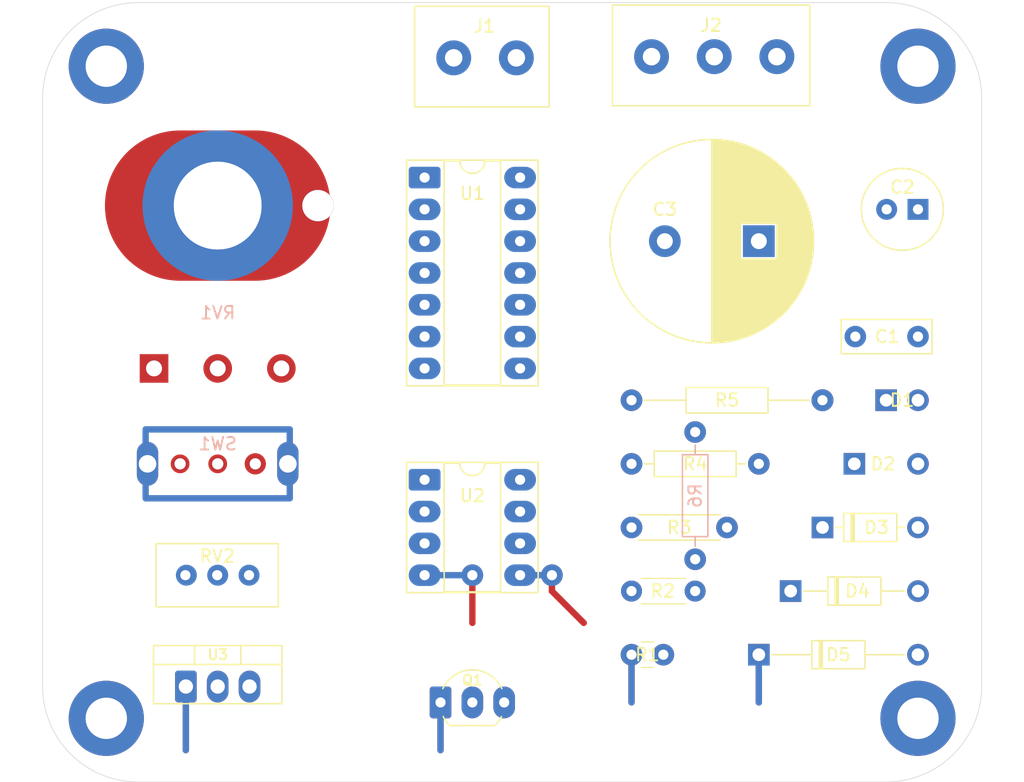
<source format=kicad_pcb>
(kicad_pcb (version 20241229) (generator "pcbnew") (generator_version "9.0")
  (layers (0 "F.Cu" signal) (2 "B.Cu" signal) (13 "F.Paste" user) (15 "B.Paste" user) (5 "F.SilkS" user "F.Silkscreen") (7 "B.SilkS" user "B.Silkscreen") (1 "F.Mask" user) (3 "B.Mask" user) (25 "Edge.Cuts" user))
  (net 0 "")
  (net 15 "unconnected-(D5-K-Pad1)")
  (net 19 "unconnected-(Q1-C-Pad1)")
  (net 21 "unconnected-(R1-Pad1)")
  (net 51 "unconnected-(U2C-V--Pad4)")
  (net 52 "unconnected-(U2B-+-Pad5)")
  (net 57 "unconnected-(U3-VI-Pad1)")
  (footprint "User:C_Rect_P5.00mm_CNC" (layer "F.Cu") (at 101.68 63.5)
    (property "Reference" "C1" (hide yes))
    (property "Value" "C")
    (fp_text user "${REFERENCE}" (at 2.54 0 0) (layer "F.SilkS"))
    (pad "1" thru_hole circle (at 0 0) (size 0.8128 0.8128) (drill 0.8128) (layers "*.Cu" "*.Mask"))
    (pad "1" smd circle (at 0 0) (size 1.7272 1.7272) (layers "B.Cu" "B.Mask" "B.Paste"))
    (pad "2" thru_hole circle (at 5 0) (size 0.8128 0.8128) (drill 0.8128) (layers "*.Cu" "*.Mask"))
    (pad "2" smd circle (at 5 0) (size 1.7272 1.7272) (layers "B.Cu" "B.Mask" "B.Paste"))
  )
  (footprint "User:D_P7.62mm_CNC" (layer "F.Cu") (at 99.06 78.74)
    (property "Reference" "D3" (hide yes))
    (property "Value" "1N4148")
    (fp_text user "${REFERENCE}" (at 4.318 0 0) (layer "F.SilkS") (effects (font (thickness 0.15) (bold yes))))
    (pad "1" thru_hole rect (at 0 0) (size 1.7272 1.7272) (drill 1.016) (layers "*.Cu" "*.Mask"))
    (pad "2" thru_hole circle (at 7.62 0) (size 1.7272 1.7272) (drill 1.016) (layers "*.Cu" "*.Mask"))
  )
  (footprint "User:D_P12.70mm_CNC" (layer "F.Cu") (at 93.98 88.9)
    (property "Reference" "D5" (hide yes))
    (property "Value" "1N4148")
    (fp_text user "${REFERENCE}" (at 6.35 0 0) (layer "F.SilkS"))
    (pad "1" thru_hole rect (at 0 0) (size 1.7272 1.7272) (drill 1.016) (layers "*.Cu" "*.Mask") (net 15 "unconnected-(D5-K-Pad1)"))
    (pad "2" thru_hole circle (at 12.7 0) (size 1.7272 1.7272) (drill 1.016) (layers "*.Cu" "*.Mask"))
  )
  (footprint "User:MountingHole_M3_CNC" (layer "F.Cu") (at 106.68 41.91)
    (property "Reference" "REF**" (hide yes))
    (property "Value" "MountingHole_M3_CNC")
    (pad "MP" thru_hole circle (at 0 0) (size 6 6) (drill 3.3) (layers "*.Cu" "*.Mask"))
  )
  (footprint "User:D_P5.08mm_CNC" (layer "F.Cu") (at 101.6 73.66)
    (property "Reference" "D2" (hide yes))
    (property "Value" "1N4148")
    (fp_text user "${REFERENCE}" (at 2.286 0 0) (layer "F.SilkS"))
    (pad "1" thru_hole rect (at 0 0) (size 1.7272 1.7272) (drill 1.016) (layers "*.Cu" "*.Mask"))
    (pad "2" thru_hole circle (at 5.08 0) (size 1.7272 1.7272) (drill 1.016) (layers "*.Cu" "*.Mask"))
  )
  (footprint "User:TerminalBlock_1x2_CNC" (layer "F.Cu") (at 69.632 41.243)
    (property "Reference" "J1" (at 2.46 -2.54 0) (layer "F.SilkS"))
    (property "Value" "Conn_01x02_Socket")
    (pad "1" thru_hole circle (at 0 0) (size 1.397 1.397) (drill 1.397) (layers "*.Cu" "*.Mask"))
    (pad "1" smd circle (at 0 0) (size 2.794 2.794) (layers "B.Cu" "B.Mask" "B.Paste"))
    (pad "2" thru_hole circle (at 5 0) (size 1.397 1.397) (drill 1.397) (layers "*.Cu" "*.Mask"))
    (pad "2" smd circle (at 5 0) (size 2.794 2.794) (layers "B.Cu" "B.Mask" "B.Paste"))
  )
  (footprint "User:TerminalBlock_1x3_CNC" (layer "F.Cu") (at 85.42 41.148)
    (property "Reference" "J2" (at 4.75 -2.5075 0) (layer "F.SilkS"))
    (property "Value" "Conn_01x03_Socket")
    (pad "1" thru_hole circle (at 0 0) (size 1.397 1.397) (drill 1.397) (layers "*.Cu" "*.Mask"))
    (pad "1" smd circle (at 0 0) (size 2.794 2.794) (layers "B.Cu" "B.Mask" "B.Paste"))
    (pad "2" thru_hole circle (at 5 0) (size 1.397 1.397) (drill 1.397) (layers "*.Cu" "*.Mask"))
    (pad "2" smd circle (at 5 0) (size 2.794 2.794) (layers "B.Cu" "B.Mask" "B.Paste"))
    (pad "3" thru_hole circle (at 10 0) (size 1.397 1.397) (drill 1.397) (layers "*.Cu" "*.Mask"))
    (pad "3" smd circle (at 10 0) (size 2.794 2.794) (layers "B.Cu" "B.Mask" "B.Paste"))
  )
  (footprint "User:MountingHole_M3_CNC" (layer "F.Cu") (at 106.68 93.98)
    (property "Reference" "REF**" (hide yes))
    (property "Value" "MountingHole_M3_CNC")
    (pad "MP" thru_hole circle (at 0 0) (size 6 6) (drill 3.3) (layers "*.Cu" "*.Mask"))
  )
  (footprint "User:TO-220_CNC" (layer "F.Cu") (at 50.8 91.44)
    (property "Reference" "U3" (hide yes))
    (property "Value" "LM7805_TO220")
    (fp_text user "${REFERENCE}" (at 0 -2.54 0) (layer "F.SilkS") (effects (font (size 0.8 0.8))))
    (pad "1" thru_hole roundrect (at -2.54 0) (size 1.7272 2.54) (drill 1.143) (layers "*.Cu" "*.Mask") (roundrect_rratio 0.1447429365) (net 57 "unconnected-(U3-VI-Pad1)"))
    (pad "2" thru_hole oval (at 0 0) (size 1.7272 2.54) (drill 1.143) (layers "*.Cu" "*.Mask"))
    (pad "3" thru_hole oval (at 2.54 0) (size 1.7272 2.54) (drill 1.143) (layers "*.Cu" "*.Mask"))
  )
  (footprint "User:MountingHole_M3_CNC" (layer "F.Cu") (at 41.91 93.98)
    (property "Reference" "REF**" (hide yes))
    (property "Value" "MountingHole_M3_CNC")
    (pad "MP" thru_hole circle (at 0 0) (size 6 6) (drill 3.3) (layers "*.Cu" "*.Mask"))
  )
  (footprint "User:D_P2.54mm_CNC" (layer "F.Cu") (at 104.14 68.58)
    (property "Reference" "D1" (hide yes))
    (property "Value" "1N4148")
    (fp_text user "${REFERENCE}" (at 1.27 0 0) (layer "F.SilkS"))
    (pad "1" thru_hole rect (at 0 0) (size 1.7272 1.7272) (drill 1.016) (layers "*.Cu" "*.Mask"))
    (pad "2" thru_hole oval (at 2.54 0) (size 1.7272 1.7272) (drill 1.016) (layers "*.Cu" "*.Mask"))
  )
  (footprint "User:R_10.16mm_CNC" (layer "F.Cu") (at 83.82 73.66)
    (property "Reference" "R4" (hide yes))
    (property "Value" "R_US")
    (fp_text user "${REFERENCE}" (at 5.08 0 0) (layer "F.SilkS"))
    (pad "1" thru_hole circle (at 0 0) (size 1.7272 1.7272) (drill 0.8128) (layers "*.Cu" "*.Mask"))
    (pad "2" thru_hole circle (at 10.16 0) (size 1.7272 1.7272) (drill 0.8128) (layers "*.Cu" "*.Mask"))
  )
  (footprint "User:R_2.54mm_CNC" (layer "F.Cu") (at 83.82 88.9)
    (property "Reference" "R1" (hide yes))
    (property "Value" "R_US")
    (fp_text user "${REFERENCE}" (at 1.27 0 0) (layer "F.SilkS"))
    (pad "1" thru_hole circle (at 0 0) (size 1.7272 1.7272) (drill 0.8128) (layers "*.Cu" "*.Mask") (net 21 "unconnected-(R1-Pad1)"))
    (pad "2" thru_hole circle (at 2.54 0) (size 1.7272 1.7272) (drill 0.8128) (layers "*.Cu" "*.Mask"))
  )
  (footprint "User:Potentiometer_Trim_CNC" (layer "F.Cu") (at 50.8 82.55)
    (property "Reference" "RV2" (hide yes))
    (property "Value" "R_Potentiometer_Trim")
    (fp_text user "${REFERENCE}" (at -0.04 -1.524 0) (layer "F.SilkS"))
    (pad "1" thru_hole circle (at 2.5 0) (size 0.8128 0.8128) (drill 0.8128) (layers "*.Cu" "*.Mask"))
    (pad "1" smd circle (at 2.5 0) (size 1.6764 1.6764) (layers "B.Cu" "B.Mask" "B.Paste"))
    (pad "2" thru_hole circle (at -0.04 0) (size 0.8128 0.8128) (drill 0.8128) (layers "*.Cu" "*.Mask"))
    (pad "2" smd circle (at 0 0) (size 1.6764 1.6764) (layers "B.Cu" "B.Mask" "B.Paste"))
    (pad "3" thru_hole circle (at -2.58 0) (size 0.8128 0.8128) (drill 0.8128) (layers "*.Cu" "*.Mask"))
    (pad "3" smd circle (at -2.5 0) (size 1.6764 1.6764) (layers "B.Cu" "B.Mask" "B.Paste"))
  )
  (footprint "User:R_7.62mm_CNC" (layer "F.Cu") (at 83.82 78.74)
    (property "Reference" "R3" (hide yes))
    (property "Value" "R_US")
    (fp_text user "${REFERENCE}" (at 3.81 0 0) (layer "F.SilkS"))
    (pad "1" thru_hole circle (at 0 0) (size 1.7272 1.7272) (drill 0.8128) (layers "*.Cu" "*.Mask"))
    (pad "2" thru_hole circle (at 7.62 0) (size 1.7272 1.7272) (drill 0.8128) (layers "*.Cu" "*.Mask"))
  )
  (footprint "User:MountingHole_M3_CNC" (layer "F.Cu") (at 41.91 41.91)
    (property "Reference" "REF**" (hide yes))
    (property "Value" "MountingHole_M3_CNC")
    (pad "MP" thru_hole circle (at 0 0) (size 6 6) (drill 3.3) (layers "*.Cu" "*.Mask"))
  )
  (footprint "User:DIP-14_CNC" (layer "F.Cu") (at 67.31 50.8)
    (property "Reference" "U1" (hide yes))
    (property "Value" "TL074")
    (fp_text user "${REFERENCE}" (at 3.81 1.27 180) (layer "F.SilkS"))
    (pad "1" thru_hole circle (at 0 0) (size 0.8128 0.8128) (drill 0.8128) (layers "*.Cu" "*.Mask"))
    (pad "1" smd roundrect (at 0 0) (size 2.54 1.7272) (layers "B.Cu" "B.Mask" "B.Paste") (roundrect_rratio 0.1447429365))
    (pad "2" thru_hole circle (at 0 2.54) (size 0.8128 0.8128) (drill 0.8128) (layers "*.Cu" "*.Mask"))
    (pad "2" smd oval (at 0 2.54) (size 2.54 1.7272) (layers "B.Cu" "B.Mask" "B.Paste"))
    (pad "3" thru_hole circle (at 0 5.08) (size 0.8128 0.8128) (drill 0.8128) (layers "*.Cu" "*.Mask"))
    (pad "3" smd oval (at 0 5.08) (size 2.54 1.7272) (layers "B.Cu" "B.Mask" "B.Paste"))
    (pad "4" thru_hole circle (at 0 7.62) (size 0.8128 0.8128) (drill 0.8128) (layers "*.Cu" "*.Mask"))
    (pad "4" smd oval (at 0 7.62) (size 2.54 1.7272) (layers "B.Cu" "B.Mask" "B.Paste"))
    (pad "5" thru_hole circle (at 0 10.16) (size 0.8128 0.8128) (drill 0.8128) (layers "*.Cu" "*.Mask"))
    (pad "5" smd oval (at 0 10.16) (size 2.54 1.7272) (layers "B.Cu" "B.Mask" "B.Paste"))
    (pad "6" thru_hole circle (at 0 12.7) (size 0.8128 0.8128) (drill 0.8128) (layers "*.Cu" "*.Mask"))
    (pad "6" smd oval (at 0 12.7) (size 2.54 1.7272) (layers "B.Cu" "B.Mask" "B.Paste"))
    (pad "7" thru_hole circle (at 0 15.24) (size 0.8128 0.8128) (drill 0.8128) (layers "*.Cu" "*.Mask"))
    (pad "7" smd oval (at 0 15.24) (size 2.54 1.7272) (layers "B.Cu" "B.Mask" "B.Paste"))
    (pad "8" thru_hole circle (at 7.62 15.24) (size 0.8128 0.8128) (drill 0.8128) (layers "*.Cu" "*.Mask"))
    (pad "8" smd oval (at 7.62 15.24) (size 2.54 1.7272) (layers "B.Cu" "B.Mask" "B.Paste"))
    (pad "9" thru_hole circle (at 7.62 12.7) (size 0.8128 0.8128) (drill 0.8128) (layers "*.Cu" "*.Mask"))
    (pad "9" smd oval (at 7.62 12.7) (size 2.54 1.7272) (layers "B.Cu" "B.Mask" "B.Paste"))
    (pad "10" thru_hole circle (at 7.62 10.16) (size 0.8128 0.8128) (drill 0.8128) (layers "*.Cu" "*.Mask"))
    (pad "10" smd oval (at 7.62 10.16) (size 2.54 1.7272) (layers "B.Cu" "B.Mask" "B.Paste"))
    (pad "11" thru_hole circle (at 7.62 7.62) (size 0.8128 0.8128) (drill 0.8128) (layers "*.Cu" "*.Mask"))
    (pad "11" smd oval (at 7.62 7.62) (size 2.54 1.7272) (layers "B.Cu" "B.Mask" "B.Paste"))
    (pad "12" thru_hole circle (at 7.62 5.08) (size 0.8128 0.8128) (drill 0.8128) (layers "*.Cu" "*.Mask"))
    (pad "12" smd oval (at 7.62 5.08) (size 2.54 1.7272) (layers "B.Cu" "B.Mask" "B.Paste"))
    (pad "13" thru_hole circle (at 7.62 2.54) (size 0.8128 0.8128) (drill 0.8128) (layers "*.Cu" "*.Mask"))
    (pad "13" smd oval (at 7.62 2.54) (size 2.54 1.7272) (layers "B.Cu" "B.Mask" "B.Paste"))
    (pad "14" thru_hole circle (at 7.62 0) (size 0.8128 0.8128) (drill 0.8128) (layers "*.Cu" "*.Mask"))
    (pad "14" smd oval (at 7.62 0) (size 2.54 1.7272) (layers "B.Cu" "B.Mask" "B.Paste"))
  )
  (footprint "User:DIP8_CNC" (layer "F.Cu") (at 67.31 74.93)
    (property "Reference" "U2" (hide yes))
    (property "Value" "TL072")
    (fp_text user "${REFERENCE}" (at 3.81 1.27 180) (layer "F.SilkS"))
    (pad "1" thru_hole circle (at 0 0) (size 0.8128 0.8128) (drill 0.8128) (layers "*.Cu" "*.Mask"))
    (pad "1" smd roundrect (at 0 0) (size 2.54 1.7272) (layers "B.Cu" "B.Mask" "B.Paste") (roundrect_rratio 0.1447429365))
    (pad "2" thru_hole circle (at 0 2.54) (size 0.8128 0.8128) (drill 0.8128) (layers "*.Cu" "*.Mask"))
    (pad "2" smd oval (at 0 2.54) (size 2.54 1.7272) (layers "B.Cu" "B.Mask" "B.Paste"))
    (pad "3" thru_hole circle (at 0 5.08) (size 0.8128 0.8128) (drill 0.8128) (layers "*.Cu" "*.Mask"))
    (pad "3" smd oval (at 0 5.08) (size 2.54 1.7272) (layers "B.Cu" "B.Mask" "B.Paste"))
    (pad "4" thru_hole circle (at 0 7.62) (size 0.8128 0.8128) (drill 0.8128) (layers "*.Cu" "*.Mask") (net 51 "unconnected-(U2C-V--Pad4)"))
    (pad "4" smd oval (at 0 7.62) (size 2.54 1.7272) (layers "B.Cu" "B.Mask" "B.Paste") (net 51 "unconnected-(U2C-V--Pad4)"))
    (pad "5" thru_hole circle (at 7.62 7.62) (size 0.8128 0.8128) (drill 0.8128) (layers "*.Cu" "*.Mask") (net 52 "unconnected-(U2B-+-Pad5)"))
    (pad "5" smd oval (at 7.62 7.62) (size 2.54 1.7272) (layers "B.Cu" "B.Mask" "B.Paste") (net 52 "unconnected-(U2B-+-Pad5)"))
    (pad "6" thru_hole circle (at 7.62 5.08) (size 0.8128 0.8128) (drill 0.8128) (layers "*.Cu" "*.Mask"))
    (pad "6" smd oval (at 7.62 5.08) (size 2.54 1.7272) (layers "B.Cu" "B.Mask" "B.Paste"))
    (pad "7" thru_hole circle (at 7.62 2.54) (size 0.8128 0.8128) (drill 0.8128) (layers "*.Cu" "*.Mask"))
    (pad "7" smd oval (at 7.62 2.54) (size 2.54 1.7272) (layers "B.Cu" "B.Mask" "B.Paste"))
    (pad "8" thru_hole circle (at 7.62 0) (size 0.8128 0.8128) (drill 0.8128) (layers "*.Cu" "*.Mask"))
    (pad "8" smd oval (at 7.62 0) (size 2.54 1.7272) (layers "B.Cu" "B.Mask" "B.Paste"))
  )
  (footprint "User:R_5.08mm_CNC" (layer "F.Cu") (at 83.82 83.82)
    (property "Reference" "R2" (hide yes))
    (property "Value" "R_US")
    (fp_text user "${REFERENCE}" (at 2.5 0 0) (layer "F.SilkS"))
    (pad "1" thru_hole circle (at 0 0) (size 1.6764 1.6764) (drill 0.8128) (layers "*.Cu" "*.Mask"))
    (pad "2" thru_hole circle (at 5.08 0) (size 1.6764 1.6764) (drill 0.8128) (layers "*.Cu" "*.Mask"))
  )
  (footprint "User:D_P10.16mm_CNC" (layer "F.Cu") (at 96.52 83.82)
    (property "Reference" "D4" (hide yes))
    (property "Value" "1N4148")
    (fp_text user "${REFERENCE}" (at 5.334 0 0) (layer "F.SilkS"))
    (pad "1" thru_hole rect (at 0 0) (size 1.7272 1.7272) (drill 1.016) (layers "*.Cu" "*.Mask"))
    (pad "2" thru_hole circle (at 10.16 0) (size 1.7272 1.7272) (drill 1.016) (layers "*.Cu" "*.Mask"))
  )
  (footprint "User:R_15.24mm_CNC" (layer "F.Cu") (at 83.82 68.58)
    (property "Reference" "R5" (hide yes))
    (property "Value" "R_US")
    (fp_text user "${REFERENCE}" (at 7.62 0 0) (layer "F.SilkS"))
    (pad "1" thru_hole circle (at 0 0) (size 1.7272 1.7272) (drill 0.8128) (layers "*.Cu" "*.Mask"))
    (pad "2" thru_hole circle (at 15.24 0) (size 1.7526 1.7526) (drill 0.8128) (layers "*.Cu" "*.Mask"))
  )
  (footprint "User:TO-92_CNC" (layer "F.Cu") (at 71.12 92.71)
    (property "Reference" "Q1" (hide yes))
    (property "Value" "BC548")
    (fp_text user "${REFERENCE}" (at 0 -1.778 0) (layer "F.SilkS") (effects (font (size 0.8 0.8))))
    (pad "1" thru_hole roundrect (at -2.54 0) (size 1.7272 2.54) (drill 0.8128) (layers "*.Cu" "*.Mask") (roundrect_rratio 0.1447429365) (net 19 "unconnected-(Q1-C-Pad1)"))
    (pad "2" thru_hole oval (at 0 0) (size 1.7272 2.54) (drill 0.8128) (layers "*.Cu" "*.Mask"))
    (pad "3" thru_hole oval (at 2.54 0) (size 1.7272 2.54) (drill 0.8128) (layers "*.Cu" "*.Mask"))
  )
  (footprint "User:C_Radial_Polarized_P2.5mm_CNC" (layer "F.Cu") (at 104.18 53.34)
    (property "Reference" "C2" (hide yes))
    (property "Value" "C_US")
    (fp_text user "${REFERENCE}" (at 1.25 -1.778 0) (layer "F.SilkS"))
    (pad "1" thru_hole circle (at 0 0) (size 0.8128 0.8128) (drill 0.8128) (layers "*.Cu" "*.Mask"))
    (pad "1" smd circle (at 0 0) (size 1.6764 1.6764) (layers "B.Cu" "B.Mask" "B.Paste"))
    (pad "2" thru_hole circle (at 2.5 0) (size 0.8128 0.8128) (drill 0.8128) (layers "*.Cu" "*.Mask"))
    (pad "2" smd rect (at 2.5 0) (size 1.6764 1.6764) (layers "B.Cu" "B.Mask" "B.Paste"))
  )
  (footprint "User:C_Radial_Polarized_P7.50mm_CNC" (layer "F.Cu") (at 86.48 55.88)
    (property "Reference" "C3" (hide yes))
    (property "Value" "C_US")
    (fp_text user "${REFERENCE}" (at 0 -2.54 0) (layer "F.SilkS"))
    (pad "1" thru_hole circle (at 0 0) (size 1.27 1.27) (drill 1.27) (layers "*.Cu" "*.Mask"))
    (pad "1" smd circle (at 0 0) (size 2.54 2.54) (layers "B.Cu" "B.Mask" "B.Paste"))
    (pad "2" thru_hole circle (at 7.5 0) (size 1.27 1.27) (drill 1.27) (layers "*.Cu" "*.Mask"))
    (pad "2" smd rect (at 7.5 0) (size 2.54 2.54) (layers "B.Cu" "B.Mask" "B.Paste"))
  )
  (footprint "User:Potentiometer_PanelMount_CNC" (layer "B.Cu") (at 50.8 53.04 180)
    (property "Reference" "RV1" (hide yes))
    (property "Value" "R_Potentiometer_MountingPin")
    (fp_text user "${REFERENCE}" (at 0 -9.144 0) (layer "B.SilkS") (effects (justify bottom mirror)))
    (pad "1" thru_hole circle (at -5.08 -13 180) (size 1.27 1.27) (drill 1.27) (layers "*.Cu" "*.Mask"))
    (pad "1" smd circle (at -5.08 -13 180) (size 2.286 2.286) (layers "F.Cu" "F.Mask" "F.Paste"))
    (pad "2" thru_hole circle (at 0 -13 180) (size 1.27 1.27) (drill 1.27) (layers "*.Cu" "*.Mask"))
    (pad "2" smd circle (at 0 -13 180) (size 2.286 2.286) (layers "F.Cu" "F.Mask" "F.Paste"))
    (pad "3" thru_hole circle (at 5.08 -13 180) (size 1.27 1.27) (drill 1.27) (layers "*.Cu" "*.Mask"))
    (pad "3" smd rect (at 5.08 -13 180) (size 2.286 2.286) (layers "F.Cu" "F.Mask" "F.Paste"))
    (pad "MP" thru_hole circle (at -8 0 180) (size 2.5 2.5) (drill 2.5) (layers "*.Cu" "*.Mask"))
    (pad "MP" thru_hole circle (at 0 0 180) (size 7 7) (drill 7) (layers "*.Cu" "*.Mask"))
    (pad "MP" thru_hole circle (at 0 0 180) (size 12 12) (drill 7) (layers "*.Cu" "*.Mask"))
    (pad "MP" smd oval (at 0 0 180) (size 18 12) (layers "F.Cu" "F.Mask" "F.Paste"))
  )
  (footprint "User:R_10.16mm_CNC" (layer "B.Cu") (at 88.9 81.28 90)
    (property "Reference" "R6" (hide yes))
    (property "Value" "R_US")
    (fp_text user "${REFERENCE}" (at 5.08 0 90) (layer "B.SilkS") (effects (justify mirror)))
    (pad "1" thru_hole circle (at 0 0 90) (size 1.7272 1.7272) (drill 0.8128) (layers "*.Cu" "*.Mask"))
    (pad "2" thru_hole circle (at 10.16 0 90) (size 1.7272 1.7272) (drill 0.8128) (layers "*.Cu" "*.Mask"))
  )
  (footprint "User:SW_Slide_SPST_H6.00mm_CNC" (layer "B.Cu") (at 50.8 73.66 180)
    (property "Reference" "SW1" (hide yes))
    (property "Value" "SW_SPDT")
    (fp_text user "${REFERENCE}" (at 0 1.016 0) (layer "B.SilkS") (effects (justify bottom mirror)))
    (pad "1" thru_hole circle (at -3 0 180) (size 0.9 0.9) (drill 0.9) (layers "*.Cu" "*.Mask"))
    (pad "1" smd circle (at -3 0 180) (size 1.7 1.7) (layers "F.Cu" "F.Mask" "F.Paste"))
    (pad "2" thru_hole circle (at 0 0 180) (size 0.9 0.9) (drill 0.9) (layers "*.Cu" "*.Mask"))
    (pad "2" smd circle (at 0 0 180) (size 1.5 1.5) (layers "F.Cu" "F.Mask" "F.Paste"))
    (pad "3" thru_hole circle (at 3 0 180) (size 0.9 0.9) (drill 0.9) (layers "*.Cu" "*.Mask"))
    (pad "3" smd circle (at 3 0 180) (size 1.5 1.5) (layers "F.Cu" "F.Mask" "F.Paste"))
    (pad "MP" smd oval (at -5.75 0 180) (size 0.508 6) (layers "B.Cu" "B.Mask" "B.Paste"))
    (pad "MP" thru_hole oval (at -5.6 0 180) (size 1.7 3.5) (drill 1.4) (layers "*.Cu" "*.Mask"))
    (pad "MP" smd oval (at 0 -2.75 180) (size 12 0.508) (layers "B.Cu" "B.Mask" "B.Paste"))
    (pad "MP" smd oval (at 0 2.75 180) (size 12 0.508) (layers "B.Cu" "B.Mask" "B.Paste"))
    (pad "MP" thru_hole oval (at 5.6 0 180) (size 1.7 3.5) (drill 1.4) (layers "*.Cu" "*.Mask"))
    (pad "MP" smd oval (at 5.75 0 180) (size 0.508 6) (layers "B.Cu" "B.Mask" "B.Paste"))
  )
  (gr_arc (start 36.83 44.45) (mid 39.061846 39.061846) (end 44.45 36.83) (stroke (width 0.05)) (layer "Edge.Cuts"))
  (gr_line (start 44.45 36.83) (end 104.14 36.83) (stroke (width 0.05)) (layer "Edge.Cuts"))
  (gr_line (start 36.83 91.44) (end 36.83 44.45) (stroke (width 0.05)) (layer "Edge.Cuts"))
  (gr_line (start 104.14 99.06) (end 44.45 99.06) (stroke (width 0.05)) (layer "Edge.Cuts"))
  (gr_arc (start 104.14 36.83) (mid 109.528154 39.061846) (end 111.76 44.45) (stroke (width 0.05)) (layer "Edge.Cuts"))
  (gr_arc (start 44.45 99.06) (mid 39.061846 96.828154) (end 36.83 91.44) (stroke (width 0.05)) (layer "Edge.Cuts"))
  (gr_line (start 111.76 44.45) (end 111.76 91.44) (stroke (width 0.05)) (layer "Edge.Cuts"))
  (gr_arc (start 111.76 91.44) (mid 109.528154 96.828154) (end 104.14 99.06) (stroke (width 0.05)) (layer "Edge.Cuts"))
  (segment (start 93.98 88.9) (end 93.98 92.71) (width 0.508) (layer "F.Cu") (net 15))
  (segment (start 93.98 88.9) (end 93.98 92.71) (width 0.508) (layer "B.Cu") (net 15))
  (segment (start 68.58 92.71) (end 68.58 96.52) (width 0.508) (layer "F.Cu") (net 19))
  (segment (start 68.58 92.71) (end 68.58 96.52) (width 0.508) (layer "B.Cu") (net 19))
  (segment (start 83.82 88.9) (end 83.82 92.71) (width 0.508) (layer "F.Cu") (net 21))
  (segment (start 83.82 88.9) (end 83.82 92.71) (width 0.508) (layer "B.Cu") (net 21))
  (segment (start 71.12 82.55) (end 71.12 86.36) (width 0.508) (layer "F.Cu") (net 51))
  (via (at 71.12 82.55) (size 1.7272) (drill 0.8128) (layers "F.Cu" "B.Cu") (net 51))
  (segment (start 67.31 82.55) (end 71.12 82.55) (width 0.508) (layer "B.Cu") (net 51))
  (segment (start 77.47 83.82) (end 80.01 86.36) (width 0.508) (layer "F.Cu") (net 52))
  (segment (start 77.47 82.55) (end 77.47 83.82) (width 0.508) (layer "F.Cu") (net 52))
  (via (at 77.47 82.55) (size 1.7272) (drill 0.8128) (layers "F.Cu" "B.Cu") (net 52))
  (segment (start 74.93 82.55) (end 77.47 82.55) (width 0.508) (layer "B.Cu") (net 52))
  (segment (start 48.26 92.71) (end 48.26 96.52) (width 0.508) (layer "F.Cu") (net 57))
  (segment (start 48.26 92.71) (end 48.26 96.52) (width 0.508) (layer "B.Cu") (net 57))
)
</source>
